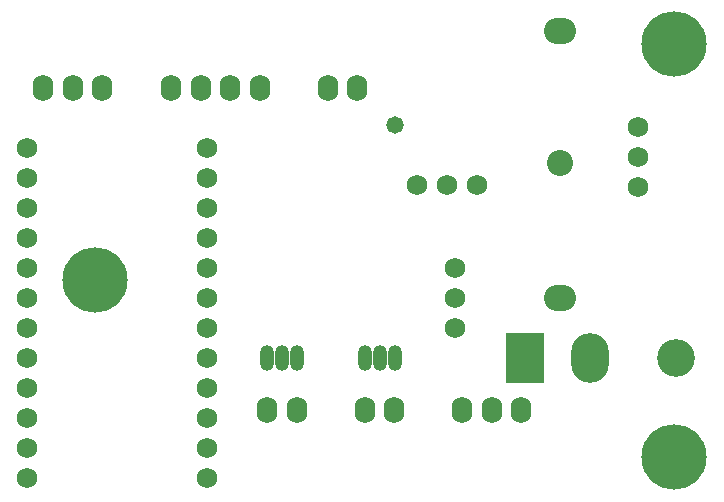
<source format=gts>
G04 Layer_Color=8388736*
%FSLAX25Y25*%
%MOIN*%
G70*
G01*
G75*
%ADD30C,0.12611*%
%ADD31O,0.12611X0.16548*%
%ADD32R,0.12611X0.16548*%
%ADD33C,0.06800*%
%ADD34C,0.08674*%
%ADD35O,0.10642X0.08674*%
%ADD36C,0.21745*%
%ADD37O,0.06800X0.08800*%
%ADD38O,0.04737X0.08674*%
%ADD39O,0.04737X0.08674*%
%ADD40C,0.05800*%
D30*
X221240Y45000D02*
D03*
D31*
X192500D02*
D03*
D32*
X170846D02*
D03*
D33*
X208661Y102047D02*
D03*
Y112047D02*
D03*
Y122047D02*
D03*
X147500Y55000D02*
D03*
Y65000D02*
D03*
Y75000D02*
D03*
X5000Y5000D02*
D03*
Y15000D02*
D03*
Y25000D02*
D03*
Y35000D02*
D03*
Y45000D02*
D03*
Y55000D02*
D03*
Y65000D02*
D03*
Y75000D02*
D03*
Y85000D02*
D03*
Y95000D02*
D03*
Y105000D02*
D03*
Y115000D02*
D03*
X65000D02*
D03*
Y105000D02*
D03*
Y95000D02*
D03*
Y85000D02*
D03*
Y75000D02*
D03*
Y65000D02*
D03*
Y55000D02*
D03*
Y45000D02*
D03*
Y35000D02*
D03*
Y25000D02*
D03*
Y15000D02*
D03*
Y5000D02*
D03*
X135000Y102500D02*
D03*
X145000D02*
D03*
X155000D02*
D03*
D34*
X182500Y110000D02*
D03*
D35*
Y65000D02*
D03*
Y153976D02*
D03*
D36*
X27559Y70866D02*
D03*
X220472Y149606D02*
D03*
Y11811D02*
D03*
D37*
X10315Y135000D02*
D03*
X20157D02*
D03*
X30000D02*
D03*
X105157D02*
D03*
X115000D02*
D03*
X52972D02*
D03*
X62815D02*
D03*
X72658D02*
D03*
X82500D02*
D03*
X169685Y27500D02*
D03*
X159843D02*
D03*
X150000D02*
D03*
X127342D02*
D03*
X117500D02*
D03*
X94842D02*
D03*
X85000D02*
D03*
D38*
X117500Y45000D02*
D03*
X127500D02*
D03*
X85000D02*
D03*
X95000D02*
D03*
D39*
X122500D02*
D03*
X90000D02*
D03*
D40*
X127500Y122500D02*
D03*
M02*

</source>
